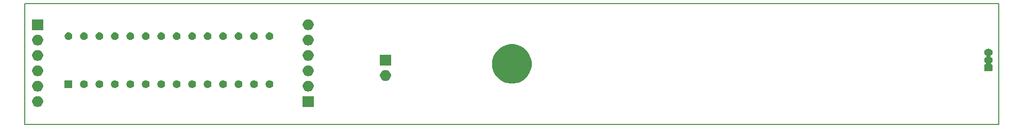
<source format=gbr>
%TF.GenerationSoftware,KiCad,Pcbnew,(5.1.5)-2*%
%TF.CreationDate,2019-12-04T23:20:31-05:00*%
%TF.ProjectId,fan pcb,66616e20-7063-4622-9e6b-696361645f70,rev?*%
%TF.SameCoordinates,Original*%
%TF.FileFunction,Soldermask,Bot*%
%TF.FilePolarity,Negative*%
%FSLAX46Y46*%
G04 Gerber Fmt 4.6, Leading zero omitted, Abs format (unit mm)*
G04 Created by KiCad (PCBNEW (5.1.5)-2) date 2019-12-04 23:20:31*
%MOMM*%
%LPD*%
G04 APERTURE LIST*
%ADD10C,0.200000*%
%ADD11C,0.100000*%
G04 APERTURE END LIST*
D10*
X210000000Y-30000000D02*
X210000000Y-50000000D01*
X50000000Y-30000000D02*
X210000000Y-30000000D01*
X50000000Y-50000000D02*
X50000000Y-30000000D01*
X210000000Y-50000000D02*
X50000000Y-50000000D01*
D11*
G36*
X97421000Y-47121000D02*
G01*
X95619000Y-47121000D01*
X95619000Y-45319000D01*
X97421000Y-45319000D01*
X97421000Y-47121000D01*
G37*
G36*
X52183512Y-45323927D02*
G01*
X52332812Y-45353624D01*
X52496784Y-45421544D01*
X52644354Y-45520147D01*
X52769853Y-45645646D01*
X52868456Y-45793216D01*
X52936376Y-45957188D01*
X52971000Y-46131259D01*
X52971000Y-46308741D01*
X52936376Y-46482812D01*
X52868456Y-46646784D01*
X52769853Y-46794354D01*
X52644354Y-46919853D01*
X52496784Y-47018456D01*
X52332812Y-47086376D01*
X52183512Y-47116073D01*
X52158742Y-47121000D01*
X51981258Y-47121000D01*
X51956488Y-47116073D01*
X51807188Y-47086376D01*
X51643216Y-47018456D01*
X51495646Y-46919853D01*
X51370147Y-46794354D01*
X51271544Y-46646784D01*
X51203624Y-46482812D01*
X51169000Y-46308741D01*
X51169000Y-46131259D01*
X51203624Y-45957188D01*
X51271544Y-45793216D01*
X51370147Y-45645646D01*
X51495646Y-45520147D01*
X51643216Y-45421544D01*
X51807188Y-45353624D01*
X51956488Y-45323927D01*
X51981258Y-45319000D01*
X52158742Y-45319000D01*
X52183512Y-45323927D01*
G37*
G36*
X96615066Y-42780258D02*
G01*
X96782812Y-42813624D01*
X96946784Y-42881544D01*
X97094354Y-42980147D01*
X97219853Y-43105646D01*
X97318456Y-43253216D01*
X97386376Y-43417188D01*
X97421000Y-43591259D01*
X97421000Y-43768741D01*
X97386376Y-43942812D01*
X97318456Y-44106784D01*
X97219853Y-44254354D01*
X97094354Y-44379853D01*
X96946784Y-44478456D01*
X96782812Y-44546376D01*
X96633512Y-44576073D01*
X96608742Y-44581000D01*
X96431258Y-44581000D01*
X96406488Y-44576073D01*
X96257188Y-44546376D01*
X96093216Y-44478456D01*
X95945646Y-44379853D01*
X95820147Y-44254354D01*
X95721544Y-44106784D01*
X95653624Y-43942812D01*
X95619000Y-43768741D01*
X95619000Y-43591259D01*
X95653624Y-43417188D01*
X95721544Y-43253216D01*
X95820147Y-43105646D01*
X95945646Y-42980147D01*
X96093216Y-42881544D01*
X96257188Y-42813624D01*
X96424934Y-42780258D01*
X96431258Y-42779000D01*
X96608742Y-42779000D01*
X96615066Y-42780258D01*
G37*
G36*
X52165066Y-42780258D02*
G01*
X52332812Y-42813624D01*
X52496784Y-42881544D01*
X52644354Y-42980147D01*
X52769853Y-43105646D01*
X52868456Y-43253216D01*
X52936376Y-43417188D01*
X52971000Y-43591259D01*
X52971000Y-43768741D01*
X52936376Y-43942812D01*
X52868456Y-44106784D01*
X52769853Y-44254354D01*
X52644354Y-44379853D01*
X52496784Y-44478456D01*
X52332812Y-44546376D01*
X52183512Y-44576073D01*
X52158742Y-44581000D01*
X51981258Y-44581000D01*
X51956488Y-44576073D01*
X51807188Y-44546376D01*
X51643216Y-44478456D01*
X51495646Y-44379853D01*
X51370147Y-44254354D01*
X51271544Y-44106784D01*
X51203624Y-43942812D01*
X51169000Y-43768741D01*
X51169000Y-43591259D01*
X51203624Y-43417188D01*
X51271544Y-43253216D01*
X51370147Y-43105646D01*
X51495646Y-42980147D01*
X51643216Y-42881544D01*
X51807188Y-42813624D01*
X51974934Y-42780258D01*
X51981258Y-42779000D01*
X52158742Y-42779000D01*
X52165066Y-42780258D01*
G37*
G36*
X70033910Y-42732729D02*
G01*
X70148655Y-42780258D01*
X70251918Y-42849256D01*
X70339744Y-42937082D01*
X70408742Y-43040345D01*
X70456271Y-43155090D01*
X70480500Y-43276900D01*
X70480500Y-43401100D01*
X70456271Y-43522910D01*
X70408742Y-43637655D01*
X70339744Y-43740918D01*
X70251918Y-43828744D01*
X70148655Y-43897742D01*
X70033910Y-43945271D01*
X69912100Y-43969500D01*
X69787900Y-43969500D01*
X69666090Y-43945271D01*
X69551345Y-43897742D01*
X69448082Y-43828744D01*
X69360256Y-43740918D01*
X69291258Y-43637655D01*
X69243729Y-43522910D01*
X69219500Y-43401100D01*
X69219500Y-43276900D01*
X69243729Y-43155090D01*
X69291258Y-43040345D01*
X69360256Y-42937082D01*
X69448082Y-42849256D01*
X69551345Y-42780258D01*
X69666090Y-42732729D01*
X69787900Y-42708500D01*
X69912100Y-42708500D01*
X70033910Y-42732729D01*
G37*
G36*
X82733910Y-42732729D02*
G01*
X82848655Y-42780258D01*
X82951918Y-42849256D01*
X83039744Y-42937082D01*
X83108742Y-43040345D01*
X83156271Y-43155090D01*
X83180500Y-43276900D01*
X83180500Y-43401100D01*
X83156271Y-43522910D01*
X83108742Y-43637655D01*
X83039744Y-43740918D01*
X82951918Y-43828744D01*
X82848655Y-43897742D01*
X82733910Y-43945271D01*
X82612100Y-43969500D01*
X82487900Y-43969500D01*
X82366090Y-43945271D01*
X82251345Y-43897742D01*
X82148082Y-43828744D01*
X82060256Y-43740918D01*
X81991258Y-43637655D01*
X81943729Y-43522910D01*
X81919500Y-43401100D01*
X81919500Y-43276900D01*
X81943729Y-43155090D01*
X81991258Y-43040345D01*
X82060256Y-42937082D01*
X82148082Y-42849256D01*
X82251345Y-42780258D01*
X82366090Y-42732729D01*
X82487900Y-42708500D01*
X82612100Y-42708500D01*
X82733910Y-42732729D01*
G37*
G36*
X80193910Y-42732729D02*
G01*
X80308655Y-42780258D01*
X80411918Y-42849256D01*
X80499744Y-42937082D01*
X80568742Y-43040345D01*
X80616271Y-43155090D01*
X80640500Y-43276900D01*
X80640500Y-43401100D01*
X80616271Y-43522910D01*
X80568742Y-43637655D01*
X80499744Y-43740918D01*
X80411918Y-43828744D01*
X80308655Y-43897742D01*
X80193910Y-43945271D01*
X80072100Y-43969500D01*
X79947900Y-43969500D01*
X79826090Y-43945271D01*
X79711345Y-43897742D01*
X79608082Y-43828744D01*
X79520256Y-43740918D01*
X79451258Y-43637655D01*
X79403729Y-43522910D01*
X79379500Y-43401100D01*
X79379500Y-43276900D01*
X79403729Y-43155090D01*
X79451258Y-43040345D01*
X79520256Y-42937082D01*
X79608082Y-42849256D01*
X79711345Y-42780258D01*
X79826090Y-42732729D01*
X79947900Y-42708500D01*
X80072100Y-42708500D01*
X80193910Y-42732729D01*
G37*
G36*
X77653910Y-42732729D02*
G01*
X77768655Y-42780258D01*
X77871918Y-42849256D01*
X77959744Y-42937082D01*
X78028742Y-43040345D01*
X78076271Y-43155090D01*
X78100500Y-43276900D01*
X78100500Y-43401100D01*
X78076271Y-43522910D01*
X78028742Y-43637655D01*
X77959744Y-43740918D01*
X77871918Y-43828744D01*
X77768655Y-43897742D01*
X77653910Y-43945271D01*
X77532100Y-43969500D01*
X77407900Y-43969500D01*
X77286090Y-43945271D01*
X77171345Y-43897742D01*
X77068082Y-43828744D01*
X76980256Y-43740918D01*
X76911258Y-43637655D01*
X76863729Y-43522910D01*
X76839500Y-43401100D01*
X76839500Y-43276900D01*
X76863729Y-43155090D01*
X76911258Y-43040345D01*
X76980256Y-42937082D01*
X77068082Y-42849256D01*
X77171345Y-42780258D01*
X77286090Y-42732729D01*
X77407900Y-42708500D01*
X77532100Y-42708500D01*
X77653910Y-42732729D01*
G37*
G36*
X75113910Y-42732729D02*
G01*
X75228655Y-42780258D01*
X75331918Y-42849256D01*
X75419744Y-42937082D01*
X75488742Y-43040345D01*
X75536271Y-43155090D01*
X75560500Y-43276900D01*
X75560500Y-43401100D01*
X75536271Y-43522910D01*
X75488742Y-43637655D01*
X75419744Y-43740918D01*
X75331918Y-43828744D01*
X75228655Y-43897742D01*
X75113910Y-43945271D01*
X74992100Y-43969500D01*
X74867900Y-43969500D01*
X74746090Y-43945271D01*
X74631345Y-43897742D01*
X74528082Y-43828744D01*
X74440256Y-43740918D01*
X74371258Y-43637655D01*
X74323729Y-43522910D01*
X74299500Y-43401100D01*
X74299500Y-43276900D01*
X74323729Y-43155090D01*
X74371258Y-43040345D01*
X74440256Y-42937082D01*
X74528082Y-42849256D01*
X74631345Y-42780258D01*
X74746090Y-42732729D01*
X74867900Y-42708500D01*
X74992100Y-42708500D01*
X75113910Y-42732729D01*
G37*
G36*
X72573910Y-42732729D02*
G01*
X72688655Y-42780258D01*
X72791918Y-42849256D01*
X72879744Y-42937082D01*
X72948742Y-43040345D01*
X72996271Y-43155090D01*
X73020500Y-43276900D01*
X73020500Y-43401100D01*
X72996271Y-43522910D01*
X72948742Y-43637655D01*
X72879744Y-43740918D01*
X72791918Y-43828744D01*
X72688655Y-43897742D01*
X72573910Y-43945271D01*
X72452100Y-43969500D01*
X72327900Y-43969500D01*
X72206090Y-43945271D01*
X72091345Y-43897742D01*
X71988082Y-43828744D01*
X71900256Y-43740918D01*
X71831258Y-43637655D01*
X71783729Y-43522910D01*
X71759500Y-43401100D01*
X71759500Y-43276900D01*
X71783729Y-43155090D01*
X71831258Y-43040345D01*
X71900256Y-42937082D01*
X71988082Y-42849256D01*
X72091345Y-42780258D01*
X72206090Y-42732729D01*
X72327900Y-42708500D01*
X72452100Y-42708500D01*
X72573910Y-42732729D01*
G37*
G36*
X67493910Y-42732729D02*
G01*
X67608655Y-42780258D01*
X67711918Y-42849256D01*
X67799744Y-42937082D01*
X67868742Y-43040345D01*
X67916271Y-43155090D01*
X67940500Y-43276900D01*
X67940500Y-43401100D01*
X67916271Y-43522910D01*
X67868742Y-43637655D01*
X67799744Y-43740918D01*
X67711918Y-43828744D01*
X67608655Y-43897742D01*
X67493910Y-43945271D01*
X67372100Y-43969500D01*
X67247900Y-43969500D01*
X67126090Y-43945271D01*
X67011345Y-43897742D01*
X66908082Y-43828744D01*
X66820256Y-43740918D01*
X66751258Y-43637655D01*
X66703729Y-43522910D01*
X66679500Y-43401100D01*
X66679500Y-43276900D01*
X66703729Y-43155090D01*
X66751258Y-43040345D01*
X66820256Y-42937082D01*
X66908082Y-42849256D01*
X67011345Y-42780258D01*
X67126090Y-42732729D01*
X67247900Y-42708500D01*
X67372100Y-42708500D01*
X67493910Y-42732729D01*
G37*
G36*
X64953910Y-42732729D02*
G01*
X65068655Y-42780258D01*
X65171918Y-42849256D01*
X65259744Y-42937082D01*
X65328742Y-43040345D01*
X65376271Y-43155090D01*
X65400500Y-43276900D01*
X65400500Y-43401100D01*
X65376271Y-43522910D01*
X65328742Y-43637655D01*
X65259744Y-43740918D01*
X65171918Y-43828744D01*
X65068655Y-43897742D01*
X64953910Y-43945271D01*
X64832100Y-43969500D01*
X64707900Y-43969500D01*
X64586090Y-43945271D01*
X64471345Y-43897742D01*
X64368082Y-43828744D01*
X64280256Y-43740918D01*
X64211258Y-43637655D01*
X64163729Y-43522910D01*
X64139500Y-43401100D01*
X64139500Y-43276900D01*
X64163729Y-43155090D01*
X64211258Y-43040345D01*
X64280256Y-42937082D01*
X64368082Y-42849256D01*
X64471345Y-42780258D01*
X64586090Y-42732729D01*
X64707900Y-42708500D01*
X64832100Y-42708500D01*
X64953910Y-42732729D01*
G37*
G36*
X59873910Y-42732729D02*
G01*
X59988655Y-42780258D01*
X60091918Y-42849256D01*
X60179744Y-42937082D01*
X60248742Y-43040345D01*
X60296271Y-43155090D01*
X60320500Y-43276900D01*
X60320500Y-43401100D01*
X60296271Y-43522910D01*
X60248742Y-43637655D01*
X60179744Y-43740918D01*
X60091918Y-43828744D01*
X59988655Y-43897742D01*
X59873910Y-43945271D01*
X59752100Y-43969500D01*
X59627900Y-43969500D01*
X59506090Y-43945271D01*
X59391345Y-43897742D01*
X59288082Y-43828744D01*
X59200256Y-43740918D01*
X59131258Y-43637655D01*
X59083729Y-43522910D01*
X59059500Y-43401100D01*
X59059500Y-43276900D01*
X59083729Y-43155090D01*
X59131258Y-43040345D01*
X59200256Y-42937082D01*
X59288082Y-42849256D01*
X59391345Y-42780258D01*
X59506090Y-42732729D01*
X59627900Y-42708500D01*
X59752100Y-42708500D01*
X59873910Y-42732729D01*
G37*
G36*
X57780500Y-43969500D02*
G01*
X56519500Y-43969500D01*
X56519500Y-42708500D01*
X57780500Y-42708500D01*
X57780500Y-43969500D01*
G37*
G36*
X85273910Y-42732729D02*
G01*
X85388655Y-42780258D01*
X85491918Y-42849256D01*
X85579744Y-42937082D01*
X85648742Y-43040345D01*
X85696271Y-43155090D01*
X85720500Y-43276900D01*
X85720500Y-43401100D01*
X85696271Y-43522910D01*
X85648742Y-43637655D01*
X85579744Y-43740918D01*
X85491918Y-43828744D01*
X85388655Y-43897742D01*
X85273910Y-43945271D01*
X85152100Y-43969500D01*
X85027900Y-43969500D01*
X84906090Y-43945271D01*
X84791345Y-43897742D01*
X84688082Y-43828744D01*
X84600256Y-43740918D01*
X84531258Y-43637655D01*
X84483729Y-43522910D01*
X84459500Y-43401100D01*
X84459500Y-43276900D01*
X84483729Y-43155090D01*
X84531258Y-43040345D01*
X84600256Y-42937082D01*
X84688082Y-42849256D01*
X84791345Y-42780258D01*
X84906090Y-42732729D01*
X85027900Y-42708500D01*
X85152100Y-42708500D01*
X85273910Y-42732729D01*
G37*
G36*
X90353910Y-42732729D02*
G01*
X90468655Y-42780258D01*
X90571918Y-42849256D01*
X90659744Y-42937082D01*
X90728742Y-43040345D01*
X90776271Y-43155090D01*
X90800500Y-43276900D01*
X90800500Y-43401100D01*
X90776271Y-43522910D01*
X90728742Y-43637655D01*
X90659744Y-43740918D01*
X90571918Y-43828744D01*
X90468655Y-43897742D01*
X90353910Y-43945271D01*
X90232100Y-43969500D01*
X90107900Y-43969500D01*
X89986090Y-43945271D01*
X89871345Y-43897742D01*
X89768082Y-43828744D01*
X89680256Y-43740918D01*
X89611258Y-43637655D01*
X89563729Y-43522910D01*
X89539500Y-43401100D01*
X89539500Y-43276900D01*
X89563729Y-43155090D01*
X89611258Y-43040345D01*
X89680256Y-42937082D01*
X89768082Y-42849256D01*
X89871345Y-42780258D01*
X89986090Y-42732729D01*
X90107900Y-42708500D01*
X90232100Y-42708500D01*
X90353910Y-42732729D01*
G37*
G36*
X87813910Y-42732729D02*
G01*
X87928655Y-42780258D01*
X88031918Y-42849256D01*
X88119744Y-42937082D01*
X88188742Y-43040345D01*
X88236271Y-43155090D01*
X88260500Y-43276900D01*
X88260500Y-43401100D01*
X88236271Y-43522910D01*
X88188742Y-43637655D01*
X88119744Y-43740918D01*
X88031918Y-43828744D01*
X87928655Y-43897742D01*
X87813910Y-43945271D01*
X87692100Y-43969500D01*
X87567900Y-43969500D01*
X87446090Y-43945271D01*
X87331345Y-43897742D01*
X87228082Y-43828744D01*
X87140256Y-43740918D01*
X87071258Y-43637655D01*
X87023729Y-43522910D01*
X86999500Y-43401100D01*
X86999500Y-43276900D01*
X87023729Y-43155090D01*
X87071258Y-43040345D01*
X87140256Y-42937082D01*
X87228082Y-42849256D01*
X87331345Y-42780258D01*
X87446090Y-42732729D01*
X87567900Y-42708500D01*
X87692100Y-42708500D01*
X87813910Y-42732729D01*
G37*
G36*
X62413910Y-42732729D02*
G01*
X62528655Y-42780258D01*
X62631918Y-42849256D01*
X62719744Y-42937082D01*
X62788742Y-43040345D01*
X62836271Y-43155090D01*
X62860500Y-43276900D01*
X62860500Y-43401100D01*
X62836271Y-43522910D01*
X62788742Y-43637655D01*
X62719744Y-43740918D01*
X62631918Y-43828744D01*
X62528655Y-43897742D01*
X62413910Y-43945271D01*
X62292100Y-43969500D01*
X62167900Y-43969500D01*
X62046090Y-43945271D01*
X61931345Y-43897742D01*
X61828082Y-43828744D01*
X61740256Y-43740918D01*
X61671258Y-43637655D01*
X61623729Y-43522910D01*
X61599500Y-43401100D01*
X61599500Y-43276900D01*
X61623729Y-43155090D01*
X61671258Y-43040345D01*
X61740256Y-42937082D01*
X61828082Y-42849256D01*
X61931345Y-42780258D01*
X62046090Y-42732729D01*
X62167900Y-42708500D01*
X62292100Y-42708500D01*
X62413910Y-42732729D01*
G37*
G36*
X130634239Y-36811467D02*
G01*
X130948282Y-36873934D01*
X131539926Y-37119001D01*
X132072392Y-37474784D01*
X132525216Y-37927608D01*
X132880999Y-38460074D01*
X133126066Y-39051718D01*
X133251000Y-39679804D01*
X133251000Y-40320196D01*
X133126066Y-40948282D01*
X132880999Y-41539926D01*
X132614709Y-41938456D01*
X132546192Y-42041000D01*
X132525216Y-42072392D01*
X132072392Y-42525216D01*
X131539926Y-42880999D01*
X130948282Y-43126066D01*
X130802368Y-43155090D01*
X130320197Y-43251000D01*
X129679803Y-43251000D01*
X129197632Y-43155090D01*
X129051718Y-43126066D01*
X128460074Y-42880999D01*
X127927608Y-42525216D01*
X127474784Y-42072392D01*
X127453809Y-42041000D01*
X127385291Y-41938456D01*
X127119001Y-41539926D01*
X126873934Y-40948282D01*
X126749000Y-40320196D01*
X126749000Y-39679804D01*
X126873934Y-39051718D01*
X127119001Y-38460074D01*
X127474784Y-37927608D01*
X127927608Y-37474784D01*
X128460074Y-37119001D01*
X129051718Y-36873934D01*
X129365761Y-36811467D01*
X129679803Y-36749000D01*
X130320197Y-36749000D01*
X130634239Y-36811467D01*
G37*
G36*
X109333512Y-41013927D02*
G01*
X109482812Y-41043624D01*
X109646784Y-41111544D01*
X109794354Y-41210147D01*
X109919853Y-41335646D01*
X110018456Y-41483216D01*
X110086376Y-41647188D01*
X110121000Y-41821259D01*
X110121000Y-41998741D01*
X110086376Y-42172812D01*
X110018456Y-42336784D01*
X109919853Y-42484354D01*
X109794354Y-42609853D01*
X109646784Y-42708456D01*
X109482812Y-42776376D01*
X109333512Y-42806073D01*
X109308742Y-42811000D01*
X109131258Y-42811000D01*
X109106488Y-42806073D01*
X108957188Y-42776376D01*
X108793216Y-42708456D01*
X108645646Y-42609853D01*
X108520147Y-42484354D01*
X108421544Y-42336784D01*
X108353624Y-42172812D01*
X108319000Y-41998741D01*
X108319000Y-41821259D01*
X108353624Y-41647188D01*
X108421544Y-41483216D01*
X108520147Y-41335646D01*
X108645646Y-41210147D01*
X108793216Y-41111544D01*
X108957188Y-41043624D01*
X109106488Y-41013927D01*
X109131258Y-41009000D01*
X109308742Y-41009000D01*
X109333512Y-41013927D01*
G37*
G36*
X52183512Y-40243927D02*
G01*
X52332812Y-40273624D01*
X52496784Y-40341544D01*
X52644354Y-40440147D01*
X52769853Y-40565646D01*
X52868456Y-40713216D01*
X52936376Y-40877188D01*
X52971000Y-41051259D01*
X52971000Y-41228741D01*
X52936376Y-41402812D01*
X52868456Y-41566784D01*
X52769853Y-41714354D01*
X52644354Y-41839853D01*
X52496784Y-41938456D01*
X52332812Y-42006376D01*
X52183512Y-42036073D01*
X52158742Y-42041000D01*
X51981258Y-42041000D01*
X51956488Y-42036073D01*
X51807188Y-42006376D01*
X51643216Y-41938456D01*
X51495646Y-41839853D01*
X51370147Y-41714354D01*
X51271544Y-41566784D01*
X51203624Y-41402812D01*
X51169000Y-41228741D01*
X51169000Y-41051259D01*
X51203624Y-40877188D01*
X51271544Y-40713216D01*
X51370147Y-40565646D01*
X51495646Y-40440147D01*
X51643216Y-40341544D01*
X51807188Y-40273624D01*
X51956488Y-40243927D01*
X51981258Y-40239000D01*
X52158742Y-40239000D01*
X52183512Y-40243927D01*
G37*
G36*
X96633512Y-40243927D02*
G01*
X96782812Y-40273624D01*
X96946784Y-40341544D01*
X97094354Y-40440147D01*
X97219853Y-40565646D01*
X97318456Y-40713216D01*
X97386376Y-40877188D01*
X97421000Y-41051259D01*
X97421000Y-41228741D01*
X97386376Y-41402812D01*
X97318456Y-41566784D01*
X97219853Y-41714354D01*
X97094354Y-41839853D01*
X96946784Y-41938456D01*
X96782812Y-42006376D01*
X96633512Y-42036073D01*
X96608742Y-42041000D01*
X96431258Y-42041000D01*
X96406488Y-42036073D01*
X96257188Y-42006376D01*
X96093216Y-41938456D01*
X95945646Y-41839853D01*
X95820147Y-41714354D01*
X95721544Y-41566784D01*
X95653624Y-41402812D01*
X95619000Y-41228741D01*
X95619000Y-41051259D01*
X95653624Y-40877188D01*
X95721544Y-40713216D01*
X95820147Y-40565646D01*
X95945646Y-40440147D01*
X96093216Y-40341544D01*
X96257188Y-40273624D01*
X96406488Y-40243927D01*
X96431258Y-40239000D01*
X96608742Y-40239000D01*
X96633512Y-40243927D01*
G37*
G36*
X208517916Y-37532334D02*
G01*
X208626492Y-37565271D01*
X208626495Y-37565272D01*
X208662601Y-37584571D01*
X208726557Y-37618756D01*
X208814264Y-37690736D01*
X208886244Y-37778443D01*
X208920429Y-37842399D01*
X208939728Y-37878505D01*
X208939729Y-37878508D01*
X208972666Y-37987084D01*
X208983787Y-38100000D01*
X208972666Y-38212916D01*
X208939729Y-38321492D01*
X208939728Y-38321495D01*
X208931339Y-38337189D01*
X208886244Y-38421557D01*
X208814264Y-38509264D01*
X208726557Y-38581244D01*
X208645141Y-38624761D01*
X208624766Y-38638375D01*
X208607439Y-38655702D01*
X208593826Y-38676076D01*
X208584448Y-38698715D01*
X208579668Y-38722748D01*
X208579668Y-38747252D01*
X208584448Y-38771285D01*
X208593826Y-38793924D01*
X208607440Y-38814299D01*
X208624767Y-38831626D01*
X208645141Y-38845239D01*
X208726557Y-38888756D01*
X208814264Y-38960736D01*
X208886244Y-39048443D01*
X208920429Y-39112399D01*
X208939728Y-39148505D01*
X208939729Y-39148508D01*
X208972666Y-39257084D01*
X208983787Y-39370000D01*
X208972666Y-39482916D01*
X208939729Y-39591492D01*
X208939728Y-39591495D01*
X208920429Y-39627601D01*
X208886244Y-39691557D01*
X208814264Y-39779264D01*
X208732608Y-39846278D01*
X208715284Y-39863602D01*
X208701671Y-39883976D01*
X208692293Y-39906615D01*
X208687513Y-39930648D01*
X208687513Y-39955152D01*
X208692294Y-39979186D01*
X208701671Y-40001825D01*
X208715285Y-40022199D01*
X208732612Y-40039526D01*
X208752986Y-40053139D01*
X208775625Y-40062517D01*
X208799661Y-40067297D01*
X208812915Y-40068602D01*
X208851952Y-40080444D01*
X208887921Y-40099670D01*
X208919453Y-40125547D01*
X208945330Y-40157079D01*
X208964556Y-40193048D01*
X208976398Y-40232085D01*
X208981000Y-40278814D01*
X208981000Y-41001186D01*
X208976398Y-41047915D01*
X208964556Y-41086952D01*
X208945330Y-41122921D01*
X208919453Y-41154453D01*
X208887921Y-41180330D01*
X208851952Y-41199556D01*
X208812915Y-41211398D01*
X208766186Y-41216000D01*
X207793814Y-41216000D01*
X207747085Y-41211398D01*
X207708048Y-41199556D01*
X207672079Y-41180330D01*
X207640547Y-41154453D01*
X207614670Y-41122921D01*
X207595444Y-41086952D01*
X207583602Y-41047915D01*
X207579000Y-41001186D01*
X207579000Y-40278814D01*
X207583602Y-40232085D01*
X207595444Y-40193048D01*
X207614670Y-40157079D01*
X207640547Y-40125547D01*
X207672079Y-40099670D01*
X207708048Y-40080444D01*
X207747085Y-40068602D01*
X207760339Y-40067297D01*
X207784372Y-40062517D01*
X207807011Y-40053141D01*
X207827386Y-40039527D01*
X207844714Y-40022201D01*
X207858328Y-40001827D01*
X207867706Y-39979188D01*
X207872487Y-39955155D01*
X207872487Y-39930651D01*
X207867707Y-39906618D01*
X207858331Y-39883979D01*
X207844717Y-39863604D01*
X207827392Y-39846278D01*
X207745736Y-39779264D01*
X207673756Y-39691557D01*
X207639571Y-39627601D01*
X207620272Y-39591495D01*
X207620271Y-39591492D01*
X207587334Y-39482916D01*
X207576213Y-39370000D01*
X207587334Y-39257084D01*
X207620271Y-39148508D01*
X207620272Y-39148505D01*
X207639571Y-39112399D01*
X207673756Y-39048443D01*
X207745736Y-38960736D01*
X207833443Y-38888756D01*
X207914859Y-38845239D01*
X207935234Y-38831625D01*
X207952561Y-38814298D01*
X207966174Y-38793924D01*
X207975552Y-38771285D01*
X207980332Y-38747252D01*
X207980332Y-38722748D01*
X207975552Y-38698715D01*
X207966174Y-38676076D01*
X207952560Y-38655701D01*
X207935233Y-38638374D01*
X207914859Y-38624761D01*
X207833443Y-38581244D01*
X207745736Y-38509264D01*
X207673756Y-38421557D01*
X207628661Y-38337189D01*
X207620272Y-38321495D01*
X207620271Y-38321492D01*
X207587334Y-38212916D01*
X207576213Y-38100000D01*
X207587334Y-37987084D01*
X207620271Y-37878508D01*
X207620272Y-37878505D01*
X207639571Y-37842399D01*
X207673756Y-37778443D01*
X207745736Y-37690736D01*
X207833443Y-37618756D01*
X207897399Y-37584571D01*
X207933505Y-37565272D01*
X207933508Y-37565271D01*
X208042084Y-37532334D01*
X208126702Y-37524000D01*
X208433298Y-37524000D01*
X208517916Y-37532334D01*
G37*
G36*
X110121000Y-40271000D02*
G01*
X108319000Y-40271000D01*
X108319000Y-38469000D01*
X110121000Y-38469000D01*
X110121000Y-40271000D01*
G37*
G36*
X96633512Y-37703927D02*
G01*
X96782812Y-37733624D01*
X96946784Y-37801544D01*
X97094354Y-37900147D01*
X97219853Y-38025646D01*
X97318456Y-38173216D01*
X97386376Y-38337188D01*
X97421000Y-38511259D01*
X97421000Y-38688741D01*
X97386376Y-38862812D01*
X97318456Y-39026784D01*
X97219853Y-39174354D01*
X97094354Y-39299853D01*
X96946784Y-39398456D01*
X96782812Y-39466376D01*
X96633512Y-39496073D01*
X96608742Y-39501000D01*
X96431258Y-39501000D01*
X96406488Y-39496073D01*
X96257188Y-39466376D01*
X96093216Y-39398456D01*
X95945646Y-39299853D01*
X95820147Y-39174354D01*
X95721544Y-39026784D01*
X95653624Y-38862812D01*
X95619000Y-38688741D01*
X95619000Y-38511259D01*
X95653624Y-38337188D01*
X95721544Y-38173216D01*
X95820147Y-38025646D01*
X95945646Y-37900147D01*
X96093216Y-37801544D01*
X96257188Y-37733624D01*
X96406488Y-37703927D01*
X96431258Y-37699000D01*
X96608742Y-37699000D01*
X96633512Y-37703927D01*
G37*
G36*
X52183512Y-37703927D02*
G01*
X52332812Y-37733624D01*
X52496784Y-37801544D01*
X52644354Y-37900147D01*
X52769853Y-38025646D01*
X52868456Y-38173216D01*
X52936376Y-38337188D01*
X52971000Y-38511259D01*
X52971000Y-38688741D01*
X52936376Y-38862812D01*
X52868456Y-39026784D01*
X52769853Y-39174354D01*
X52644354Y-39299853D01*
X52496784Y-39398456D01*
X52332812Y-39466376D01*
X52183512Y-39496073D01*
X52158742Y-39501000D01*
X51981258Y-39501000D01*
X51956488Y-39496073D01*
X51807188Y-39466376D01*
X51643216Y-39398456D01*
X51495646Y-39299853D01*
X51370147Y-39174354D01*
X51271544Y-39026784D01*
X51203624Y-38862812D01*
X51169000Y-38688741D01*
X51169000Y-38511259D01*
X51203624Y-38337188D01*
X51271544Y-38173216D01*
X51370147Y-38025646D01*
X51495646Y-37900147D01*
X51643216Y-37801544D01*
X51807188Y-37733624D01*
X51956488Y-37703927D01*
X51981258Y-37699000D01*
X52158742Y-37699000D01*
X52183512Y-37703927D01*
G37*
G36*
X96633512Y-35163927D02*
G01*
X96782812Y-35193624D01*
X96946784Y-35261544D01*
X97094354Y-35360147D01*
X97219853Y-35485646D01*
X97318456Y-35633216D01*
X97386376Y-35797188D01*
X97421000Y-35971259D01*
X97421000Y-36148741D01*
X97386376Y-36322812D01*
X97318456Y-36486784D01*
X97219853Y-36634354D01*
X97094354Y-36759853D01*
X96946784Y-36858456D01*
X96782812Y-36926376D01*
X96633512Y-36956073D01*
X96608742Y-36961000D01*
X96431258Y-36961000D01*
X96406488Y-36956073D01*
X96257188Y-36926376D01*
X96093216Y-36858456D01*
X95945646Y-36759853D01*
X95820147Y-36634354D01*
X95721544Y-36486784D01*
X95653624Y-36322812D01*
X95619000Y-36148741D01*
X95619000Y-35971259D01*
X95653624Y-35797188D01*
X95721544Y-35633216D01*
X95820147Y-35485646D01*
X95945646Y-35360147D01*
X96093216Y-35261544D01*
X96257188Y-35193624D01*
X96406488Y-35163927D01*
X96431258Y-35159000D01*
X96608742Y-35159000D01*
X96633512Y-35163927D01*
G37*
G36*
X52183512Y-35163927D02*
G01*
X52332812Y-35193624D01*
X52496784Y-35261544D01*
X52644354Y-35360147D01*
X52769853Y-35485646D01*
X52868456Y-35633216D01*
X52936376Y-35797188D01*
X52971000Y-35971259D01*
X52971000Y-36148741D01*
X52936376Y-36322812D01*
X52868456Y-36486784D01*
X52769853Y-36634354D01*
X52644354Y-36759853D01*
X52496784Y-36858456D01*
X52332812Y-36926376D01*
X52183512Y-36956073D01*
X52158742Y-36961000D01*
X51981258Y-36961000D01*
X51956488Y-36956073D01*
X51807188Y-36926376D01*
X51643216Y-36858456D01*
X51495646Y-36759853D01*
X51370147Y-36634354D01*
X51271544Y-36486784D01*
X51203624Y-36322812D01*
X51169000Y-36148741D01*
X51169000Y-35971259D01*
X51203624Y-35797188D01*
X51271544Y-35633216D01*
X51370147Y-35485646D01*
X51495646Y-35360147D01*
X51643216Y-35261544D01*
X51807188Y-35193624D01*
X51956488Y-35163927D01*
X51981258Y-35159000D01*
X52158742Y-35159000D01*
X52183512Y-35163927D01*
G37*
G36*
X80193910Y-34794729D02*
G01*
X80308655Y-34842258D01*
X80411918Y-34911256D01*
X80499744Y-34999082D01*
X80568742Y-35102345D01*
X80616271Y-35217090D01*
X80640500Y-35338900D01*
X80640500Y-35463100D01*
X80616271Y-35584910D01*
X80568742Y-35699655D01*
X80499744Y-35802918D01*
X80411918Y-35890744D01*
X80308655Y-35959742D01*
X80193910Y-36007271D01*
X80072100Y-36031500D01*
X79947900Y-36031500D01*
X79826090Y-36007271D01*
X79711345Y-35959742D01*
X79608082Y-35890744D01*
X79520256Y-35802918D01*
X79451258Y-35699655D01*
X79403729Y-35584910D01*
X79379500Y-35463100D01*
X79379500Y-35338900D01*
X79403729Y-35217090D01*
X79451258Y-35102345D01*
X79520256Y-34999082D01*
X79608082Y-34911256D01*
X79711345Y-34842258D01*
X79826090Y-34794729D01*
X79947900Y-34770500D01*
X80072100Y-34770500D01*
X80193910Y-34794729D01*
G37*
G36*
X57333910Y-34794729D02*
G01*
X57448655Y-34842258D01*
X57551918Y-34911256D01*
X57639744Y-34999082D01*
X57708742Y-35102345D01*
X57756271Y-35217090D01*
X57780500Y-35338900D01*
X57780500Y-35463100D01*
X57756271Y-35584910D01*
X57708742Y-35699655D01*
X57639744Y-35802918D01*
X57551918Y-35890744D01*
X57448655Y-35959742D01*
X57333910Y-36007271D01*
X57212100Y-36031500D01*
X57087900Y-36031500D01*
X56966090Y-36007271D01*
X56851345Y-35959742D01*
X56748082Y-35890744D01*
X56660256Y-35802918D01*
X56591258Y-35699655D01*
X56543729Y-35584910D01*
X56519500Y-35463100D01*
X56519500Y-35338900D01*
X56543729Y-35217090D01*
X56591258Y-35102345D01*
X56660256Y-34999082D01*
X56748082Y-34911256D01*
X56851345Y-34842258D01*
X56966090Y-34794729D01*
X57087900Y-34770500D01*
X57212100Y-34770500D01*
X57333910Y-34794729D01*
G37*
G36*
X62413910Y-34794729D02*
G01*
X62528655Y-34842258D01*
X62631918Y-34911256D01*
X62719744Y-34999082D01*
X62788742Y-35102345D01*
X62836271Y-35217090D01*
X62860500Y-35338900D01*
X62860500Y-35463100D01*
X62836271Y-35584910D01*
X62788742Y-35699655D01*
X62719744Y-35802918D01*
X62631918Y-35890744D01*
X62528655Y-35959742D01*
X62413910Y-36007271D01*
X62292100Y-36031500D01*
X62167900Y-36031500D01*
X62046090Y-36007271D01*
X61931345Y-35959742D01*
X61828082Y-35890744D01*
X61740256Y-35802918D01*
X61671258Y-35699655D01*
X61623729Y-35584910D01*
X61599500Y-35463100D01*
X61599500Y-35338900D01*
X61623729Y-35217090D01*
X61671258Y-35102345D01*
X61740256Y-34999082D01*
X61828082Y-34911256D01*
X61931345Y-34842258D01*
X62046090Y-34794729D01*
X62167900Y-34770500D01*
X62292100Y-34770500D01*
X62413910Y-34794729D01*
G37*
G36*
X64953910Y-34794729D02*
G01*
X65068655Y-34842258D01*
X65171918Y-34911256D01*
X65259744Y-34999082D01*
X65328742Y-35102345D01*
X65376271Y-35217090D01*
X65400500Y-35338900D01*
X65400500Y-35463100D01*
X65376271Y-35584910D01*
X65328742Y-35699655D01*
X65259744Y-35802918D01*
X65171918Y-35890744D01*
X65068655Y-35959742D01*
X64953910Y-36007271D01*
X64832100Y-36031500D01*
X64707900Y-36031500D01*
X64586090Y-36007271D01*
X64471345Y-35959742D01*
X64368082Y-35890744D01*
X64280256Y-35802918D01*
X64211258Y-35699655D01*
X64163729Y-35584910D01*
X64139500Y-35463100D01*
X64139500Y-35338900D01*
X64163729Y-35217090D01*
X64211258Y-35102345D01*
X64280256Y-34999082D01*
X64368082Y-34911256D01*
X64471345Y-34842258D01*
X64586090Y-34794729D01*
X64707900Y-34770500D01*
X64832100Y-34770500D01*
X64953910Y-34794729D01*
G37*
G36*
X67493910Y-34794729D02*
G01*
X67608655Y-34842258D01*
X67711918Y-34911256D01*
X67799744Y-34999082D01*
X67868742Y-35102345D01*
X67916271Y-35217090D01*
X67940500Y-35338900D01*
X67940500Y-35463100D01*
X67916271Y-35584910D01*
X67868742Y-35699655D01*
X67799744Y-35802918D01*
X67711918Y-35890744D01*
X67608655Y-35959742D01*
X67493910Y-36007271D01*
X67372100Y-36031500D01*
X67247900Y-36031500D01*
X67126090Y-36007271D01*
X67011345Y-35959742D01*
X66908082Y-35890744D01*
X66820256Y-35802918D01*
X66751258Y-35699655D01*
X66703729Y-35584910D01*
X66679500Y-35463100D01*
X66679500Y-35338900D01*
X66703729Y-35217090D01*
X66751258Y-35102345D01*
X66820256Y-34999082D01*
X66908082Y-34911256D01*
X67011345Y-34842258D01*
X67126090Y-34794729D01*
X67247900Y-34770500D01*
X67372100Y-34770500D01*
X67493910Y-34794729D01*
G37*
G36*
X70033910Y-34794729D02*
G01*
X70148655Y-34842258D01*
X70251918Y-34911256D01*
X70339744Y-34999082D01*
X70408742Y-35102345D01*
X70456271Y-35217090D01*
X70480500Y-35338900D01*
X70480500Y-35463100D01*
X70456271Y-35584910D01*
X70408742Y-35699655D01*
X70339744Y-35802918D01*
X70251918Y-35890744D01*
X70148655Y-35959742D01*
X70033910Y-36007271D01*
X69912100Y-36031500D01*
X69787900Y-36031500D01*
X69666090Y-36007271D01*
X69551345Y-35959742D01*
X69448082Y-35890744D01*
X69360256Y-35802918D01*
X69291258Y-35699655D01*
X69243729Y-35584910D01*
X69219500Y-35463100D01*
X69219500Y-35338900D01*
X69243729Y-35217090D01*
X69291258Y-35102345D01*
X69360256Y-34999082D01*
X69448082Y-34911256D01*
X69551345Y-34842258D01*
X69666090Y-34794729D01*
X69787900Y-34770500D01*
X69912100Y-34770500D01*
X70033910Y-34794729D01*
G37*
G36*
X72573910Y-34794729D02*
G01*
X72688655Y-34842258D01*
X72791918Y-34911256D01*
X72879744Y-34999082D01*
X72948742Y-35102345D01*
X72996271Y-35217090D01*
X73020500Y-35338900D01*
X73020500Y-35463100D01*
X72996271Y-35584910D01*
X72948742Y-35699655D01*
X72879744Y-35802918D01*
X72791918Y-35890744D01*
X72688655Y-35959742D01*
X72573910Y-36007271D01*
X72452100Y-36031500D01*
X72327900Y-36031500D01*
X72206090Y-36007271D01*
X72091345Y-35959742D01*
X71988082Y-35890744D01*
X71900256Y-35802918D01*
X71831258Y-35699655D01*
X71783729Y-35584910D01*
X71759500Y-35463100D01*
X71759500Y-35338900D01*
X71783729Y-35217090D01*
X71831258Y-35102345D01*
X71900256Y-34999082D01*
X71988082Y-34911256D01*
X72091345Y-34842258D01*
X72206090Y-34794729D01*
X72327900Y-34770500D01*
X72452100Y-34770500D01*
X72573910Y-34794729D01*
G37*
G36*
X75113910Y-34794729D02*
G01*
X75228655Y-34842258D01*
X75331918Y-34911256D01*
X75419744Y-34999082D01*
X75488742Y-35102345D01*
X75536271Y-35217090D01*
X75560500Y-35338900D01*
X75560500Y-35463100D01*
X75536271Y-35584910D01*
X75488742Y-35699655D01*
X75419744Y-35802918D01*
X75331918Y-35890744D01*
X75228655Y-35959742D01*
X75113910Y-36007271D01*
X74992100Y-36031500D01*
X74867900Y-36031500D01*
X74746090Y-36007271D01*
X74631345Y-35959742D01*
X74528082Y-35890744D01*
X74440256Y-35802918D01*
X74371258Y-35699655D01*
X74323729Y-35584910D01*
X74299500Y-35463100D01*
X74299500Y-35338900D01*
X74323729Y-35217090D01*
X74371258Y-35102345D01*
X74440256Y-34999082D01*
X74528082Y-34911256D01*
X74631345Y-34842258D01*
X74746090Y-34794729D01*
X74867900Y-34770500D01*
X74992100Y-34770500D01*
X75113910Y-34794729D01*
G37*
G36*
X77653910Y-34794729D02*
G01*
X77768655Y-34842258D01*
X77871918Y-34911256D01*
X77959744Y-34999082D01*
X78028742Y-35102345D01*
X78076271Y-35217090D01*
X78100500Y-35338900D01*
X78100500Y-35463100D01*
X78076271Y-35584910D01*
X78028742Y-35699655D01*
X77959744Y-35802918D01*
X77871918Y-35890744D01*
X77768655Y-35959742D01*
X77653910Y-36007271D01*
X77532100Y-36031500D01*
X77407900Y-36031500D01*
X77286090Y-36007271D01*
X77171345Y-35959742D01*
X77068082Y-35890744D01*
X76980256Y-35802918D01*
X76911258Y-35699655D01*
X76863729Y-35584910D01*
X76839500Y-35463100D01*
X76839500Y-35338900D01*
X76863729Y-35217090D01*
X76911258Y-35102345D01*
X76980256Y-34999082D01*
X77068082Y-34911256D01*
X77171345Y-34842258D01*
X77286090Y-34794729D01*
X77407900Y-34770500D01*
X77532100Y-34770500D01*
X77653910Y-34794729D01*
G37*
G36*
X82733910Y-34794729D02*
G01*
X82848655Y-34842258D01*
X82951918Y-34911256D01*
X83039744Y-34999082D01*
X83108742Y-35102345D01*
X83156271Y-35217090D01*
X83180500Y-35338900D01*
X83180500Y-35463100D01*
X83156271Y-35584910D01*
X83108742Y-35699655D01*
X83039744Y-35802918D01*
X82951918Y-35890744D01*
X82848655Y-35959742D01*
X82733910Y-36007271D01*
X82612100Y-36031500D01*
X82487900Y-36031500D01*
X82366090Y-36007271D01*
X82251345Y-35959742D01*
X82148082Y-35890744D01*
X82060256Y-35802918D01*
X81991258Y-35699655D01*
X81943729Y-35584910D01*
X81919500Y-35463100D01*
X81919500Y-35338900D01*
X81943729Y-35217090D01*
X81991258Y-35102345D01*
X82060256Y-34999082D01*
X82148082Y-34911256D01*
X82251345Y-34842258D01*
X82366090Y-34794729D01*
X82487900Y-34770500D01*
X82612100Y-34770500D01*
X82733910Y-34794729D01*
G37*
G36*
X85273910Y-34794729D02*
G01*
X85388655Y-34842258D01*
X85491918Y-34911256D01*
X85579744Y-34999082D01*
X85648742Y-35102345D01*
X85696271Y-35217090D01*
X85720500Y-35338900D01*
X85720500Y-35463100D01*
X85696271Y-35584910D01*
X85648742Y-35699655D01*
X85579744Y-35802918D01*
X85491918Y-35890744D01*
X85388655Y-35959742D01*
X85273910Y-36007271D01*
X85152100Y-36031500D01*
X85027900Y-36031500D01*
X84906090Y-36007271D01*
X84791345Y-35959742D01*
X84688082Y-35890744D01*
X84600256Y-35802918D01*
X84531258Y-35699655D01*
X84483729Y-35584910D01*
X84459500Y-35463100D01*
X84459500Y-35338900D01*
X84483729Y-35217090D01*
X84531258Y-35102345D01*
X84600256Y-34999082D01*
X84688082Y-34911256D01*
X84791345Y-34842258D01*
X84906090Y-34794729D01*
X85027900Y-34770500D01*
X85152100Y-34770500D01*
X85273910Y-34794729D01*
G37*
G36*
X87813910Y-34794729D02*
G01*
X87928655Y-34842258D01*
X88031918Y-34911256D01*
X88119744Y-34999082D01*
X88188742Y-35102345D01*
X88236271Y-35217090D01*
X88260500Y-35338900D01*
X88260500Y-35463100D01*
X88236271Y-35584910D01*
X88188742Y-35699655D01*
X88119744Y-35802918D01*
X88031918Y-35890744D01*
X87928655Y-35959742D01*
X87813910Y-36007271D01*
X87692100Y-36031500D01*
X87567900Y-36031500D01*
X87446090Y-36007271D01*
X87331345Y-35959742D01*
X87228082Y-35890744D01*
X87140256Y-35802918D01*
X87071258Y-35699655D01*
X87023729Y-35584910D01*
X86999500Y-35463100D01*
X86999500Y-35338900D01*
X87023729Y-35217090D01*
X87071258Y-35102345D01*
X87140256Y-34999082D01*
X87228082Y-34911256D01*
X87331345Y-34842258D01*
X87446090Y-34794729D01*
X87567900Y-34770500D01*
X87692100Y-34770500D01*
X87813910Y-34794729D01*
G37*
G36*
X90353910Y-34794729D02*
G01*
X90468655Y-34842258D01*
X90571918Y-34911256D01*
X90659744Y-34999082D01*
X90728742Y-35102345D01*
X90776271Y-35217090D01*
X90800500Y-35338900D01*
X90800500Y-35463100D01*
X90776271Y-35584910D01*
X90728742Y-35699655D01*
X90659744Y-35802918D01*
X90571918Y-35890744D01*
X90468655Y-35959742D01*
X90353910Y-36007271D01*
X90232100Y-36031500D01*
X90107900Y-36031500D01*
X89986090Y-36007271D01*
X89871345Y-35959742D01*
X89768082Y-35890744D01*
X89680256Y-35802918D01*
X89611258Y-35699655D01*
X89563729Y-35584910D01*
X89539500Y-35463100D01*
X89539500Y-35338900D01*
X89563729Y-35217090D01*
X89611258Y-35102345D01*
X89680256Y-34999082D01*
X89768082Y-34911256D01*
X89871345Y-34842258D01*
X89986090Y-34794729D01*
X90107900Y-34770500D01*
X90232100Y-34770500D01*
X90353910Y-34794729D01*
G37*
G36*
X59873910Y-34794729D02*
G01*
X59988655Y-34842258D01*
X60091918Y-34911256D01*
X60179744Y-34999082D01*
X60248742Y-35102345D01*
X60296271Y-35217090D01*
X60320500Y-35338900D01*
X60320500Y-35463100D01*
X60296271Y-35584910D01*
X60248742Y-35699655D01*
X60179744Y-35802918D01*
X60091918Y-35890744D01*
X59988655Y-35959742D01*
X59873910Y-36007271D01*
X59752100Y-36031500D01*
X59627900Y-36031500D01*
X59506090Y-36007271D01*
X59391345Y-35959742D01*
X59288082Y-35890744D01*
X59200256Y-35802918D01*
X59131258Y-35699655D01*
X59083729Y-35584910D01*
X59059500Y-35463100D01*
X59059500Y-35338900D01*
X59083729Y-35217090D01*
X59131258Y-35102345D01*
X59200256Y-34999082D01*
X59288082Y-34911256D01*
X59391345Y-34842258D01*
X59506090Y-34794729D01*
X59627900Y-34770500D01*
X59752100Y-34770500D01*
X59873910Y-34794729D01*
G37*
G36*
X52971000Y-34421000D02*
G01*
X51169000Y-34421000D01*
X51169000Y-32619000D01*
X52971000Y-32619000D01*
X52971000Y-34421000D01*
G37*
G36*
X96633512Y-32623927D02*
G01*
X96782812Y-32653624D01*
X96946784Y-32721544D01*
X97094354Y-32820147D01*
X97219853Y-32945646D01*
X97318456Y-33093216D01*
X97386376Y-33257188D01*
X97421000Y-33431259D01*
X97421000Y-33608741D01*
X97386376Y-33782812D01*
X97318456Y-33946784D01*
X97219853Y-34094354D01*
X97094354Y-34219853D01*
X96946784Y-34318456D01*
X96782812Y-34386376D01*
X96633512Y-34416073D01*
X96608742Y-34421000D01*
X96431258Y-34421000D01*
X96406488Y-34416073D01*
X96257188Y-34386376D01*
X96093216Y-34318456D01*
X95945646Y-34219853D01*
X95820147Y-34094354D01*
X95721544Y-33946784D01*
X95653624Y-33782812D01*
X95619000Y-33608741D01*
X95619000Y-33431259D01*
X95653624Y-33257188D01*
X95721544Y-33093216D01*
X95820147Y-32945646D01*
X95945646Y-32820147D01*
X96093216Y-32721544D01*
X96257188Y-32653624D01*
X96406488Y-32623927D01*
X96431258Y-32619000D01*
X96608742Y-32619000D01*
X96633512Y-32623927D01*
G37*
M02*

</source>
